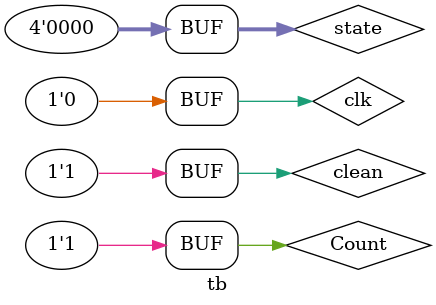
<source format=v>
/*******************************************************************************
 *
 * simulation source: [tb.v]
 *
 ******************************************************************************/

//`define SIM_CYCLE 'h400000000

//
// small value for testing
//
`define CYCLE 5000
//`timescale 1ms/1us
module tb;
reg			clk;
reg		[3:0]	state;
reg   Count;
reg   clean;
wire   Q0A;	
wire   Q0B;	
wire   Q0C;	
wire   Q0D;
wire   Q0E;
wire   Q0F;
wire   Q0G;
wire   Q1A;	
wire   Q1B;	
wire   Q1C;	
wire   Q1D;
wire   Q1E;
wire   Q1F;
wire   Q1G;	
wire   Q2A;	
wire   Q2B;	
wire   Q2C;	
wire   Q2D;
wire   Q2E;
wire   Q2F;
wire   Q2G;	
wire   Q3A;	
wire   Q3B;	
wire   Q3C;	
wire   Q3D;
wire   Q3E;
wire   Q3F;
wire   Q3G;		
  
initial begin
  state=4'b0000;
  Count = 0;
  clean = 0;
  #30
    Count= 1;
    clean = 1; 
end
always begin
  //@(posedge clk);
    # 20 clk = 1; 
    # 20 clk = ~clk;
end
lab05 m(
  .clk(clk),
  .Count(Count),
  .Q0A(Q0A),
  .Q0B(Q0B),
  .Q0C(Q0C),
  .Q0D(Q0D),
  .Q0E(Q0E),
  .Q0F(Q0F),
  .Q0G(Q0G),
  .Q1A(Q1A),
  .Q1B(Q1B),
  .Q1C(Q1C),
  .Q1D(Q1D),
  .Q1E(Q1E),
  .Q1F(Q1F),
  .Q1G(Q1G),
  .Q2A(Q2A),
  .Q2B(Q2B),
  .Q2C(Q2C),
  .Q2D(Q2D),
  .Q2E(Q2E),
  .Q2F(Q2F),
  .Q2G(Q2G),
  .Q3A(Q3A),
  .Q3B(Q3B),
  .Q3C(Q3C),
  .Q3D(Q3D),
  .Q3E(Q3E),
  .Q3F(Q3F),
  .Q3G(Q3G)
);
endmodule

</source>
